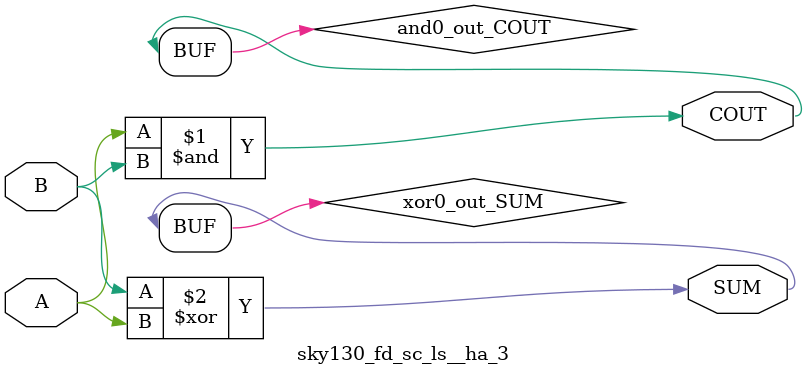
<source format=v>
module sky130_fd_sc_ls__ha_3 (
    COUT,
    SUM ,
    A   ,
    B
);
    output COUT;
    output SUM ;
    input  A   ;
    input  B   ;
    wire and0_out_COUT;
    wire xor0_out_SUM ;
    and and0 (and0_out_COUT, A, B           );
    buf buf0 (COUT         , and0_out_COUT  );
    xor xor0 (xor0_out_SUM , B, A           );
    buf buf1 (SUM          , xor0_out_SUM   );
endmodule
</source>
